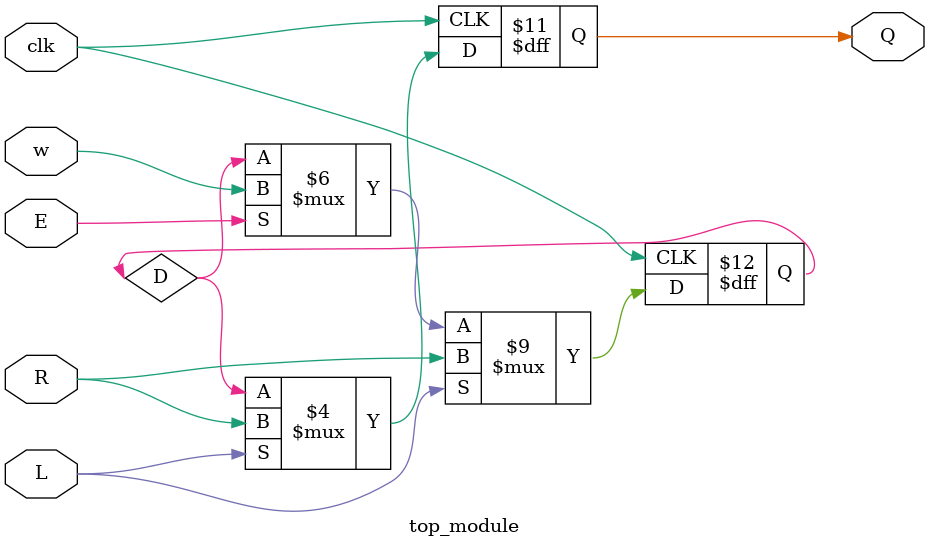
<source format=sv>
module top_module (
  input clk,
  input w,
  input R,
  input E,
  input L,
  output reg Q
);

  reg D;

  always @(posedge clk) begin
    if (L) begin
      D <= R;
    end else if (E) begin
      D <= w;
    end
  end

  always @(posedge clk) begin
    if (L) begin
      Q <= R;
    end else begin
      Q <= D;
    end
  end

endmodule

</source>
